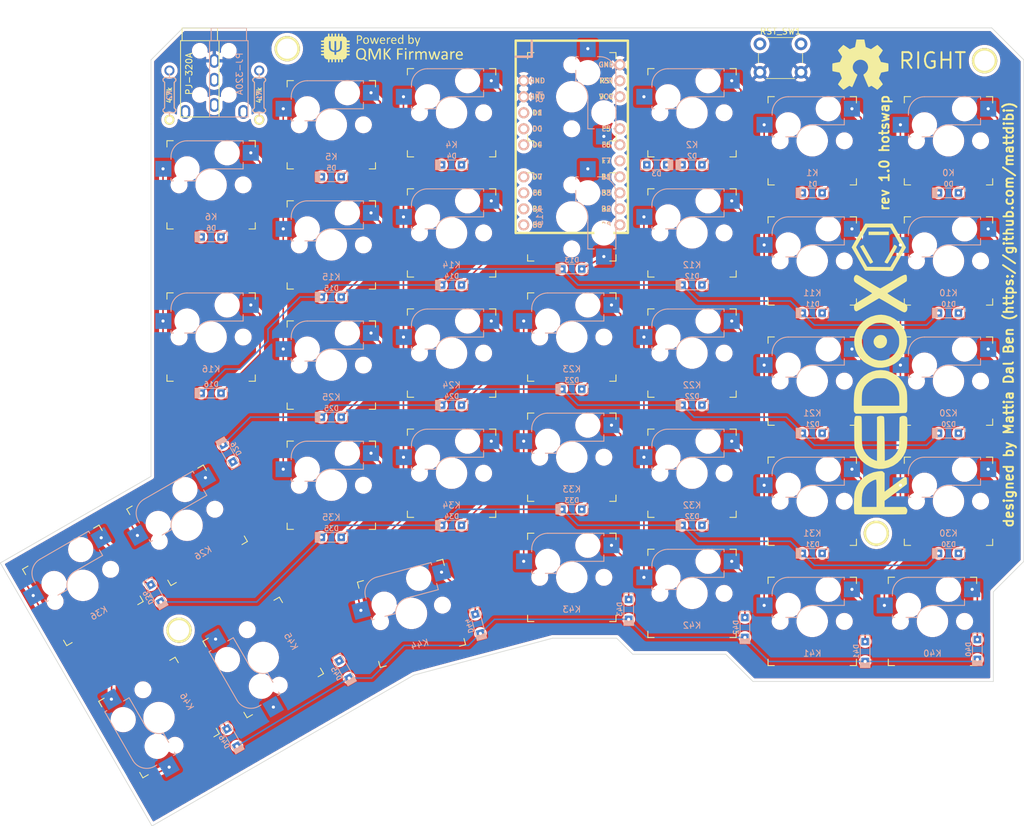
<source format=kicad_pcb>
(kicad_pcb (version 20211014) (generator pcbnew)
  (title_block (title "Redox keyboard (hotswap right) PCB") (date "2018-05-05") (rev "1.0") (comment 1 "designed by Mattia Dal Ben (aka u/TiaMaT102)") (comment 2 "https://github.com/mattdibi/redox-keyboard"))
  (layers (0 "F.Cu" signal) (31 "B.Cu" signal) (34 "B.Paste" user) (35 "F.Paste" user) (36 "B.SilkS" user "B.Silkscreen") (37 "F.SilkS" user "F.Silkscreen") (38 "B.Mask" user) (39 "F.Mask" user) (44 "Edge.Cuts" user))
  (net 0 "")
  (net 1 "Net-(D0-Pad2)")
  (net 2 "row0")
  (net 3 "Net-(D1-Pad2)")
  (net 4 "Net-(D2-Pad2)")
  (net 5 "Net-(D3-Pad2)")
  (net 6 "Net-(D4-Pad2)")
  (net 7 "Net-(D5-Pad2)")
  (net 8 "Net-(D6-Pad2)")
  (net 9 "Net-(D10-Pad2)")
  (net 10 "row1")
  (net 11 "Net-(D11-Pad2)")
  (net 12 "Net-(D12-Pad2)")
  (net 13 "Net-(D13-Pad2)")
  (net 14 "Net-(D14-Pad2)")
  (net 15 "Net-(D15-Pad2)")
  (net 16 "Net-(D16-Pad2)")
  (net 17 "Net-(D20-Pad2)")
  (net 18 "row2")
  (net 19 "Net-(D21-Pad2)")
  (net 20 "Net-(D22-Pad2)")
  (net 21 "Net-(D23-Pad2)")
  (net 22 "Net-(D24-Pad2)")
  (net 23 "Net-(D25-Pad2)")
  (net 24 "Net-(D26-Pad2)")
  (net 25 "Net-(D30-Pad2)")
  (net 26 "row3")
  (net 27 "Net-(D31-Pad2)")
  (net 28 "Net-(D32-Pad2)")
  (net 29 "Net-(D33-Pad2)")
  (net 30 "Net-(D34-Pad2)")
  (net 31 "Net-(D35-Pad2)")
  (net 32 "Net-(D36-Pad2)")
  (net 33 "Net-(D40-Pad2)")
  (net 34 "row4")
  (net 35 "Net-(D41-Pad2)")
  (net 36 "Net-(D42-Pad2)")
  (net 37 "Net-(D43-Pad2)")
  (net 38 "Net-(D44-Pad2)")
  (net 39 "Net-(D45-Pad2)")
  (net 40 "Net-(D46-Pad2)")
  (net 41 "col0")
  (net 42 "col1")
  (net 43 "col2")
  (net 44 "col3")
  (net 45 "col4")
  (net 46 "col5")
  (net 47 "col6")
  (net 48 "VCC")
  (net 49 "SDA")
  (net 50 "SCL")
  (net 51 "GND")
  (net 52 "RST")
  (footprint "redox_footprints:Diode-smd-via" (layer "F.Cu") (at 229.743 74.93 180)
    (fp_text reference "D0")
    (fp_text value "D" hide)
  )
  (footprint "redox_footprints:Diode-smd-via" (layer "F.Cu") (at 208.153 74.93 180)
    (fp_text reference "D1")
    (fp_text value "D" hide)
  )
  (footprint "redox_footprints:Diode-smd-via" (layer "F.Cu") (at 189.103 70.485 180)
    (fp_text reference "D2")
    (fp_text value "D" hide)
  )
  (footprint "redox_footprints:Diode-smd-via" (layer "F.Cu") (at 183.515 70.485)
    (fp_text reference "D3")
    (fp_text value "D" hide)
  )
  (footprint "redox_footprints:Diode-smd-via" (layer "F.Cu") (at 151.003 70.485 180)
    (fp_text reference "D4")
    (fp_text value "D" hide)
  )
  (footprint "redox_footprints:Diode-smd-via" (layer "F.Cu") (at 131.953 72.39 180)
    (fp_text reference "D5")
    (fp_text value "D" hide)
  )
  (footprint "redox_footprints:Diode-smd-via" (layer "F.Cu") (at 112.903 81.915 180)
    (fp_text reference "D6")
    (fp_text value "D" hide)
  )
  (footprint "redox_footprints:Diode-smd-via" (layer "F.Cu") (at 229.743 93.98 180)
    (fp_text reference "D10")
    (fp_text value "D" hide)
  )
  (footprint "redox_footprints:Diode-smd-via" (layer "F.Cu") (at 208.153 93.98 180)
    (fp_text reference "D11")
    (fp_text value "D" hide)
  )
  (footprint "redox_footprints:Diode-smd-via" (layer "F.Cu") (at 189.103 89.535 180)
    (fp_text reference "D12")
    (fp_text value "D" hide)
  )
  (footprint "redox_footprints:Diode-smd-via" (layer "F.Cu") (at 170.053 86.995 180)
    (fp_text reference "D13")
    (fp_text value "D" hide)
  )
  (footprint "redox_footprints:Diode-smd-via" (layer "F.Cu") (at 151.003 89.535 180)
    (fp_text reference "D14")
    (fp_text value "D" hide)
  )
  (footprint "redox_footprints:Diode-smd-via" (layer "F.Cu") (at 131.953 91.44 180)
    (fp_text reference "D15")
    (fp_text value "D" hide)
  )
  (footprint "redox_footprints:Diode-smd-via" (layer "F.Cu") (at 112.903 106.68 180)
    (fp_text reference "D16")
    (fp_text value "D" hide)
  )
  (footprint "redox_footprints:Diode-smd-via" (layer "F.Cu") (at 229.743 113.03 180)
    (fp_text reference "D20")
    (fp_text value "D" hide)
  )
  (footprint "redox_footprints:Diode-smd-via" (layer "F.Cu") (at 208.153 113.03 180)
    (fp_text reference "D21")
    (fp_text value "D" hide)
  )
  (footprint "redox_footprints:Diode-smd-via" (layer "F.Cu") (at 189.103 108.585 180)
    (fp_text reference "D22")
    (fp_text value "D" hide)
  )
  (footprint "redox_footprints:Diode-smd-via" (layer "F.Cu") (at 170.053 106.045 180)
    (fp_text reference "D23")
    (fp_text value "D" hide)
  )
  (footprint "redox_footprints:Diode-smd-via" (layer "F.Cu") (at 151.003 108.585 180)
    (fp_text reference "D24")
    (fp_text value "D" hide)
  )
  (footprint "redox_footprints:Diode-smd-via" (layer "F.Cu") (at 131.953 110.49 180)
    (fp_text reference "D25")
    (fp_text value "D" hide)
  )
  (footprint "redox_footprints:Diode-smd-via" (layer "F.Cu") (at 115.57 116.205 120)
    (fp_text reference "D26")
    (fp_text value "D" hide)
  )
  (footprint "redox_footprints:Diode-smd-via" (layer "F.Cu") (at 229.743 132.08 180)
    (fp_text reference "D30")
    (fp_text value "D" hide)
  )
  (footprint "redox_footprints:Diode-smd-via" (layer "F.Cu") (at 208.153 132.08 180)
    (fp_text reference "D31")
    (fp_text value "D" hide)
  )
  (footprint "redox_footprints:Diode-smd-via" (layer "F.Cu") (at 189.103 127.635 180)
    (fp_text reference "D32")
    (fp_text value "D" hide)
  )
  (footprint "redox_footprints:Diode-smd-via" (layer "F.Cu") (at 170.053 125.095 180)
    (fp_text reference "D33")
    (fp_text value "D" hide)
  )
  (footprint "redox_footprints:Diode-smd-via" (layer "F.Cu") (at 151.003 127.635 180)
    (fp_text reference "D34")
    (fp_text value "D" hide)
  )
  (footprint "redox_footprints:Diode-smd-via" (layer "F.Cu") (at 131.953 129.54 180)
    (fp_text reference "D35")
    (fp_text value "D" hide)
  )
  (footprint "redox_footprints:Diode-smd-via" (layer "F.Cu") (at 104.14 138.43 -60)
    (fp_text reference "D36")
    (fp_text value "D" hide)
  )
  (footprint "redox_footprints:Diode-smd-via" (layer "F.Cu") (at 234.315 147.32 -90)
    (fp_text reference "D40")
    (fp_text value "D" hide)
  )
  (footprint "redox_footprints:Diode-smd-via" (layer "F.Cu") (at 216.535 147.65 -90)
    (fp_text reference "D41")
    (fp_text value "D" hide)
  )
  (footprint "redox_footprints:Diode-smd-via" (layer "F.Cu") (at 197.485 143.84 -90)
    (fp_text reference "D42")
    (fp_text value "D" hide)
  )
  (footprint "redox_footprints:Diode-smd-via" (layer "F.Cu") (at 179.07 140.97 -90)
    (fp_text reference "D43")
    (fp_text value "D" hide)
  )
  (footprint "redox_footprints:Diode-smd-via" (layer "F.Cu") (at 155.16736 143.258667 -75)
    (fp_text reference "D44")
    (fp_text value "D" hide)
  )
  (footprint "redox_footprints:Diode-smd-via" (layer "F.Cu") (at 133.985 150.495 -60)
    (fp_text reference "D45")
    (fp_text value "D" hide)
  )
  (footprint "redox_footprints:Diode-smd-via" (layer "F.Cu") (at 116.205 161.29 -60)
    (fp_text reference "D46")
    (fp_text value "D" hide)
  )
  (footprint "redox_footprints:Kailh_socket_MX" (layer "F.Cu") (at 229.743 66.675)
    (fp_text reference "K0")
    (fp_text value "KEYSW")
  )
  (footprint "redox_footprints:Kailh_socket_MX" (layer "F.Cu") (at 208.153 66.675)
    (fp_text reference "K1")
    (fp_text value "KEYSW")
  )
  (footprint "redox_footprints:Kailh_socket_MX" (layer "F.Cu") (at 189.103 62.23)
    (fp_text reference "K2")
    (fp_text value "KEYSW")
  )
  (footprint "redox_footprints:Kailh_socket_MX" (layer "F.Cu") (at 170.053 59.69 -90)
    (fp_text reference "K3")
    (fp_text value "KEYSW")
  )
  (footprint "redox_footprints:Kailh_socket_MX" (layer "F.Cu") (at 151.003 62.23)
    (fp_text reference "K4")
    (fp_text value "KEYSW")
  )
  (footprint "redox_footprints:Kailh_socket_MX" (layer "F.Cu") (at 131.953 64.135)
    (fp_text reference "K5")
    (fp_text value "KEYSW")
  )
  (footprint "redox_footprints:Kailh_socket_MX" (layer "F.Cu") (at 112.903 73.66)
    (fp_text reference "K6")
    (fp_text value "KEYSW")
  )
  (footprint "redox_footprints:Kailh_socket_MX" (layer "F.Cu") (at 229.743 85.725)
    (fp_text reference "K10")
    (fp_text value "KEYSW")
  )
  (footprint "redox_footprints:Kailh_socket_MX" (layer "F.Cu") (at 208.153 85.725)
    (fp_text reference "K11")
    (fp_text value "KEYSW")
  )
  (footprint "redox_footprints:Kailh_socket_MX" (layer "F.Cu") (at 189.103 81.28)
    (fp_text reference "K12")
    (fp_text value "KEYSW")
  )
  (footprint "redox_footprints:Kailh_socket_MX" (layer "F.Cu") (at 170.053 78.74 -90)
    (fp_text reference "K13")
    (fp_text value "KEYSW")
  )
  (footprint "redox_footprints:Kailh_socket_MX" (layer "F.Cu") (at 151.003 81.28)
    (fp_text reference "K14")
    (fp_text value "KEYSW")
  )
  (footprint "redox_footprints:Kailh_socket_MX" (layer "F.Cu") (at 131.953 83.185)
    (fp_text reference "K15")
    (fp_text value "KEYSW")
  )
  (footprint "redox_footprints:Kailh_socket_MX" (layer "F.Cu") (at 112.903 97.79)
    (fp_text reference "K16")
    (fp_text value "KEYSW")
  )
  (footprint "redox_footprints:Kailh_socket_MX" (layer "F.Cu") (at 229.743 104.775)
    (fp_text reference "K20")
    (fp_text value "KEYSW")
  )
  (footprint "redox_footprints:Kailh_socket_MX" (layer "F.Cu") (at 208.153 104.775)
    (fp_text reference "K21")
    (fp_text value "KEYSW")
  )
  (footprint "redox_footprints:Kailh_socket_MX" (layer "F.Cu") (at 189.103 100.33)
    (fp_text reference "K22")
    (fp_text value "KEYSW")
  )
  (footprint "redox_footprints:Kailh_socket_MX" (layer "F.Cu") (at 170.053 97.79)
    (fp_text reference "K23")
    (fp_text value "KEYSW")
  )
  (footprint "redox_footprints:Kailh_socket_MX" (layer "F.Cu") (at 151.003 100.33)
    (fp_text reference "K24")
    (fp_text value "KEYSW")
  )
  (footprint "redox_footprints:Kailh_socket_MX" (layer "F.Cu") (at 131.953 102.235)
    (fp_text reference "K25")
    (fp_text value "KEYSW")
  )
  (footprint "redox_footprints:Kailh_socket_MX" (layer "F.Cu") (at 109.093 127.635 30)
    (fp_text reference "K26")
    (fp_text value "KEYSW")
  )
  (footprint "redox_footprints:Kailh_socket_MX" (layer "F.Cu") (at 229.743 123.825)
    (fp_text reference "K30")
    (fp_text value "KEYSW")
  )
  (footprint "redox_footprints:Kailh_socket_MX" (layer "F.Cu") (at 208.153 123.825)
    (fp_text reference "K31")
    (fp_text value "KEYSW")
  )
  (footprint "redox_footprints:Kailh_socket_MX" (layer "F.Cu") (at 189.103 119.38)
    (fp_text reference "K32")
    (fp_text value "KEYSW")
  )
  (footprint "redox_footprints:Kailh_socket_MX" (layer "F.Cu") (at 170.053 116.84)
    (fp_text reference "K33")
    (fp_text value "KEYSW")
  )
  (footprint "redox_footprints:Kailh_socket_MX" (layer "F.Cu") (at 151.003 119.38)
    (fp_text reference "K34")
    (fp_text value "KEYSW")
  )
  (footprint "redox_footprints:Kailh_socket_MX" (layer "F.Cu") (at 131.953 121.285)
    (fp_text reference "K35")
    (fp_text value "KEYSW")
  )
  (footprint "redox_footprints:Kailh_socket_MX" (layer "F.Cu") (at 92.583 137.16 30)
    (fp_text reference "K36")
    (fp_text value "KEYSW")
  )
  (footprint "redox_footprints:Kailh_socket_MX" (layer "F.Cu") (at 227.203 142.875)
    (fp_text reference "K40")
    (fp_text value "KEYSW")
  )
  (footprint "redox_footprints:Kailh_socket_MX" (layer "F.Cu") (at 208.153 142.875)
    (fp_text reference "K41")
    (fp_text value "KEYSW")
  )
  (footprint "redox_footprints:Kailh_socket_MX" (layer "F.Cu") (at 189.103 138.43)
    (fp_text reference "K42")
    (fp_text value "KEYSW")
  )
  (footprint "redox_footprints:Kailh_socket_MX" (layer "F.Cu") (at 170.053 135.89)
    (fp_text reference "K43")
    (fp_text value "KEYSW")
  )
  (footprint "redox_footprints:Kailh_socket_MX" (layer "F.Cu") (at 144.653 141.605 15)
    (fp_text reference "K44")
    (fp_text value "KEYSW")
  )
  (footprint "redox_footprints:Kailh_socket_MX" (layer "F.Cu") (at 121.158 148.59 120)
    (fp_text reference "K45")
    (fp_text value "KEYSW")
  )
  (footprint "redox_footprints:Kailh_socket_MX" (layer "F.Cu") (at 104.648 158.115 120)
    (fp_text reference "K46")
    (fp_text value "KEYSW")
  )
  (footprint "redox_footprints:Resistor-Compact" (layer "F.Cu") (at 120.523 59.436 90)
    (fp_text reference "R1")
    (fp_text value "4.7k")
  )
  (footprint "redox_footprints:Resistor-Compact" (layer "F.Cu") (at 106.299 59.436 90)
    (fp_text reference "R2")
    (fp_text value "4.7k")
  )
  (footprint "redox_footprints:SW_PUSH_6mm_h4.3mm" (layer "F.Cu") (at 199.875 51.308)
    (fp_text reference "RST_SW1")
    (fp_text value "SW_PUSH")
  )
  (footprint "redox_footprints:TRRS-PJ-320A-dual" (layer "F.Cu") (at 113.411 50.8)
    (fp_text reference "TRRS1")
    (fp_text value "Audio-Jack-4")
  )
  (footprint "redox_footprints:ArduinoProMicro" (layer "F.Cu") (at 170.053 66.04 -90)
    (fp_text reference "U1" hide)
    (fp_text value "ProMicro" hide)
  )
  (footprint "keyboard_parts:HOLE_M3" (layer "F.Cu") (at 107.823 144.272)
    (fp_text reference "HOLE_M3" hide)
    (fp_text value "VAL**" hide)
  )
  (footprint "keyboard_parts:HOLE_M3" (layer "F.Cu") (at 235.458 53.975)
    (fp_text reference "HOLE_M3" hide)
    (fp_text value "VAL**" hide)
  )
  (footprint "keyboard_parts:HOLE_M3" (layer "F.Cu") (at 218.313 128.905)
    (fp_text reference "HOLE_M3" hide)
    (fp_text value "VAL**" hide)
  )
  (footprint "keyboard_parts:HOLE_M3" (layer "F.Cu") (at 124.968 52.07)
    (fp_text reference "HOLE_M3" hide)
    (fp_text value "VAL**" hide)
  )
  (footprint "Symbols:OSHW-Symbol_8.9x8mm_SilkScreen" (layer "F.Cu") (at 215.773 54.61)
    (fp_text reference "REF***" hide)
    (fp_text value "OSHW-Logo2_14.6x12mm_SilkScreen" hide)
  )
  (footprint "myparts:redox-logo" (layer "F.Cu") (at 218.948 102.87 90)
    (fp_text reference "G***" hide)
    (fp_text value "LOGO" hide)
  )
  (footprint "myparts:qmk-badge" (layer "F.Cu") (at 141.605 51.943)
    (fp_text reference "G***" hide)
    (fp_text value "LOGO" hide)
  )
  (gr_line (start 177.165 145.542) (end 167.005 145.542) (layer "Edge.Cuts") (width 0.1))
  (gr_line (start 236.601 48.768) (end 241.681 53.848) (layer "Edge.Cuts") (width 0.1))
  (gr_line (start 108.458 48.768) (end 103.378 53.848) (layer "Edge.Cuts") (width 0.1))
  (gr_line (start 103.505 175.26) (end 103.632 175.26) (layer "Edge.Cuts") (width 0.1))
  (gr_line (start 198.755 152.4) (end 236.855 152.4) (layer "Edge.Cuts") (width 0.1))
  (gr_line (start 145.034 151.384) (end 103.632 175.26) (layer "Edge.Cuts") (width 0.1))
  (gr_line (start 241.681 57.15) (end 241.681 53.848) (layer "Edge.Cuts") (width 0.1))
  (gr_line (start 241.681 133.35) (end 241.681 57.15) (layer "Edge.Cuts") (width 0.1))
  (gr_line (start 103.378 119.888) (end 103.378 64.008) (layer "Edge.Cuts") (width 0.1))
  (gr_line (start 79.502 133.604) (end 103.505 175.26) (layer "Edge.Cuts") (width 0.1))
  (gr_line (start 236.855 152.4) (end 236.855 138.176) (layer "Edge.Cuts") (width 0.1))
  (gr_line (start 79.502 133.604) (end 103.378 119.888) (layer "Edge.Cuts") (width 0.1))
  (gr_line (start 167.005 145.542) (end 145.034 151.384) (layer "Edge.Cuts") (width 0.1))
  (gr_line (start 236.855 138.176) (end 241.681 133.35) (layer "Edge.Cuts") (width 0.1))
  (gr_line (start 194.437 148.082) (end 198.755 152.4) (layer "Edge.Cuts") (width 0.1))
  (gr_line (start 177.165 145.542) (end 179.705 148.082) (layer "Edge.Cuts") (width 0.1))
  (gr_line (start 103.378 64.008) (end 103.378 53.848) (layer "Edge.Cuts") (width 0.1))
  (gr_line (start 179.705 148.082) (end 194.437 148.082) (layer "Edge.Cuts") (width 0.1))
  (gr_line (start 236.601 48.768) (end 108.458 48.768) (layer "Edge.Cuts") (width 0.1))
  (gr_text "designed by Mattia Dal Ben (https://github.com/mattdibi)" (at 239.268 94.234 90) (layer "F.SilkS") (effects (font (size 1.5 1.5) (thickness 0.3))))
  (gr_text "RIGHT" (at 227.203 53.975) (layer "F.SilkS") (effects (font (size 2.5 2.5) (thickness 0.3))))
  (gr_text "rev 1.0 hotswap" (at 219.583 68.58 90) (layer "F.SilkS") (effects (font (size 1.5 1.5) (thickness 0.3))))
  (segment (start 237.49 68.758) (end 231.318 74.93) (width 0.25) (layer "F.Cu") (net 1))
  (segment (start 236.033 61.595) (end 237.49 63.052) (width 0.25) (layer "F.Cu") (net 1))
  (segment (start 237.49 63.052) (end 237.49 68.758) (width 0.25) (layer "F.Cu") (net 1))
  (segment (start 214.443 61.595) (end 215.9 63.052) (width 0.25) (layer "F.Cu") (net 3))
  (segment (start 215.9 63.052) (end 215.9 68.758) (width 0.25) (layer "F.Cu") (net 3))
  (segment (start 215.9 68.758) (end 209.728 74.93) (width 0.25) (layer "F.Cu") (net 3))
  (segment (start 196.85 64.313) (end 190.678 70.485) (width 0.25) (layer "F.Cu") (net 4))
  (segment (start 195.393 57.15) (end 196.85 58.607) (width 0.25) (layer "F.Cu") (net 4))
  (segment (start 196.85 58.607) (end 196.85 64.313) (width 0.25) (layer "F.Cu") (net 4))
  (segment (start 158.75 64.313) (end 152.578 70.485) (width 0.25) (layer "F.Cu") (net 6))
  (segment (start 158.75 58.607) (end 158.75 64.313) (width 0.25) (layer "F.Cu") (net 6))
  (segment (start 157.293 57.15) (end 158.75 58.607) (width 0.25) (layer "F.Cu") (net 6))
  (segment (start 139.7 60.512) (end 139.7 66.218) (width 0.25) (layer "F.Cu") (net 7))
  (segment (start 139.7 66.218) (end 133.528 72.39) (width 0.25) (layer "F.Cu") (net 7))
  (segment (start 138.243 59.055) (end 139.7 60.512) (width 0.25) (layer "F.Cu") (net 7))
  (segment (start 120.65 75.743) (end 114.478 81.915) (width 0.25) (layer "F.Cu") (net 8))
  (segment (start 119.193 68.58) (end 120.65 70.037) (width 0.25) (layer "F.Cu") (net 8))
  (segment (start 120.65 70.037) (end 120.65 75.743) (width 0.25) (layer "F.Cu") (net 8))
  (segment (start 237.49 87.808) (end 231.318 93.98) (width 0.25) (layer "F.Cu") (net 9))
  (segment (start 236.033 80.645) (end 237.49 82.102) (width 0.25) (layer "F.Cu") (net 9))
  (segment (start 237.49 82.102) (end 237.49 87.808) (width 0.25) (layer "F.Cu") (net 9))
  (segment (start 151.968 86.995) (end 168.478 86.995) (width 0.25) (layer "B.Cu") (net 10))
  (segment (start 168.478 86.995) (end 171.018 89.535) (width 0.25) (layer "B.Cu") (net 10))
  (segment (start 204.673 92.075) (end 206.578 93.98) (width 0.25) (layer "B.Cu") (net 10))
  (segment (start 111.328 106.68) (end 115.138 102.87) (width 0.25) (layer "B.Cu") (net 10))
  (segment (start 226.263 95.885) (end 228.168 93.98) (width 0.25) (layer "B.Cu") (net 10))
  (segment (start 132.283 89.535) (end 149.428 89.535) (width 0.25) (layer "B.Cu") (net 10))
  (segment (start 115.138 102.87) (end 117.475 102.87) (width 0.25) (layer "B.Cu") (net 10))
  (segment (start 121.92 98.425) (end 121.92 96.52) (width 0.25) (layer "B.Cu") (net 10))
  (segment (start 149.428 89.535) (end 151.968 86.995) (width 0.25) (layer "B.Cu") (net 10))
  (segment (start 130.378 91.44) (end 132.283 89.535) (width 0.25) (layer "B.Cu") (net 10))
  (segment (start 127 91.44) (end 130.378 91.44) (width 0.25) (layer "B.Cu") (net 10))
  (segment (start 187.528 89.535) (end 190.068 92.075) (width 0.25) (layer "B.Cu") (net 10))
  (segment (start 190.068 92.075) (end 204.673 92.075) (width 0.25) (layer "B.Cu") (net 10))
  (segment (start 208.483 95.885) (end 226.263 95.885) (width 0.25) (layer "B.Cu") (net 10))
  (segment (start 121.92 96.52) (end 127 91.44) (width 0.25) (layer "B.Cu") (net 10))
  (segment (start 171.018 89.535) (end 187.528 89.535) (width 0.25) (layer "B.Cu") (net 10))
  (segment (start 117.475 102.87) (end 121.92 98.425) (width 0.25) (layer "B.Cu") (net 10))
  (segment (start 206.578 93.98) (end 208.483 95.885) (width 0.25) (layer "B.Cu") (net 10))
  (segment (start 214.443 80.645) (end 215.9 82.102) (width 0.25) (layer "F.Cu") (net 11))
  (segment (start 215.9 87.808) (end 209.728 93.98) (width 0.25) (layer "F.Cu") (net 11))
  (segment (start 215.9 82.102) (end 215.9 87.808) (width 0.25) (layer "F.Cu") (net 11))
  (segment (start 196.85 77.657) (end 196.85 83.363) (width 0.25) (layer "F.Cu") (net 12))
  (segment (start 195.393 76.2) (end 196.85 77.657) (width 0.25) (layer "F.Cu") (net 12))
  (segment (start 196.85 83.363) (end 190.678 89.535) (width 0.25) (layer "F.Cu") (net 12))
  (segment (start 175.133 85.03) (end 171.628 86.995) (width 0.25) (layer "F.Cu") (net 13))
  (segment (start 158.75 77.657) (end 158.75 83.363) (width 0.25) (layer "F.Cu") (net 14))
  (segment (start 157.293 76.2) (end 158.75 77.657) (width 0.25) (layer "F.Cu") (net 14))
  (segment (start 158.75 83.363) (end 152.578 89.535) (width 0.25) (layer "F.Cu") (net 14))
  (segment (start 138.243 78.105) (end 139.7 79.562) (width 0.25) (layer "F.Cu") (net 15))
  (segment (start 139.7 85.268) (end 133.528 91.44) (width 0.25) (layer "F.Cu") (net 15))
  (segment (start 139.7 79.562) (end 139.7 85.268) (width 0.25) (layer "F.Cu") (net 15))
  (segment (start 120.65 94.167) (end 120.65 100.508) (width 0.25) (layer "F.Cu") (net 16))
  (segment (start 120.65 100.508) (end 114.478 106.68) (width 0.25) (layer "F.Cu") (net 16))
  (segment (start 119.193 92.71) (end 120.65 94.167) (width 0.25) (layer "F.Cu") (net 16))
  (segment (start 236.033 99.695) (end 237.49 101.152) (width 0.25) (layer "F.Cu") (net 17))
  (segment (start 237.49 106.858) (end 231.318 113.03) (width 0.25) (layer "F.Cu") (net 17))
  (segment (start 237.49 101.152) (end 237.49 106.858) (width 0.25) (layer "F.Cu") (net 17))
  (segment (start 132.283 108.585) (end 149.428 108.585) (width 0.25) (layer "B.Cu") (net 18))
  (segment (start 204.038 110.49) (end 206.578 113.03) (width 0.25) (layer "B.Cu") (net 18))
  (segment (start 130.378 110.49) (end 132.283 108.585) (width 0.25) (layer "B.Cu") (net 18))
  (segment (start 189.433 110.49) (end 204.038 110.49) (width 0.25) (layer "B.Cu") (net 18))
  (segment (start 187.528 108.585) (end 189.433 110.49) (width 0.25) (layer "B.Cu") (net 18))
  (segment (start 171.018 108.585) (end 187.528 108.585) (width 0.25) (layer "B.Cu") (net 18))
  (segment (start 226.263 114.935) (end 228.168 113.03) (width 0.25) (layer "B.Cu") (net 18))
  (segment (start 168.478 106.045) (end 171.018 108.585) (width 0.25) (layer "B.Cu") (net 18))
  (segment (start 208.483 114.935) (end 226.263 114.935) (width 0.25) (layer "B.Cu") (net 18))
  (segment (start 149.428 108.585) (end 151.968 106.045) (width 0.25) (layer "B.Cu") (net 18))
  (segment (start 206.578 113.03) (end 208.483 114.935) (width 0.25) (layer "B.Cu") (net 18))
  (segment (start 119.13351 110.49) (end 130.378 110.49) (width 0.25) (layer "B.Cu") (net 18))
  (segment (start 114.7825 114.84101) (end 119.13351 110.49) (width 0.25) (layer "B.Cu") (net 18))
  (segment (start 151.968 106.045) (end 168.478 106.045) (width 0.25) (layer "B.Cu") (net 18))
  (segment (start 214.443 99.695) (end 215.9 101.152) (width 0.25) (layer "F.Cu") (net 19))
  (segment (start 215.9 106.858) (end 209.728 113.03) (width 0.25) (layer "F.Cu") (net 19))
  (segment (start 215.9 101.152) (end 215.9 106.858) (width 0.25) (layer "F.Cu") (net 19))
  (segment (start 196.85 102.413) (end 190.678 108.585) (width 0.25) (layer "F.Cu") (net 20))
  (segment (start 195.393 95.25) (end 196.85 96.707) (width 0.25) (layer "F.Cu") (net 20))
  (segment (start 196.85 96.707) (end 196.85 102.413) (width 0.25) (layer "F.Cu") (net 20))
  (segment (start 177.8 99.873) (end 171.628 106.045) (width 0.25) (layer "F.Cu") (net 21))
  (segment (start 176.343 92.71) (end 177.8 94.167) (width 0.25) (layer "F.Cu") (net 21))
  (segment (start 177.8 94.167) (end 177.8 99.873) (width 0.25) (layer "F.Cu") (net 21))
  (segment (start 158.75 102.413) (end 152.578 108.585) (width 0.25) (layer "F.Cu") (net 22))
  (segment (start 157.293 95.25) (end 158.75 96.707) (width 0.25) (layer "F.Cu") (net 22))
  (segment (start 158.75 96.707) (end 158.75 102.413) (width 0.25) (layer "F.Cu") (net 22))
  (segment (start 139.7 98.612) (end 139.7 104.318) (width 0.25) (layer "F.Cu") (net 23))
  (segment (start 139.7 104.318) (end 133.528 110.49) (width 0.25) (layer "F.Cu") (net 23))
  (segment (start 138.243 97.155) (end 139.7 98.612) (width 0.25) (layer "F.Cu") (net 23))
  (segment (start 237.49 125.908) (end 231.318 132.08) (width 0.25) (layer "F.Cu") (net 25))
  (segment (start 236.033 118.745) (end 237.49 120.202) (width 0.25) (layer "F.Cu") (net 25))
  (segment (start 237.49 120.202) (end 237.49 125.908) (width 0.25) (layer "F.Cu") (net 25))
  (segment (start 206.578 132.08) (end 208.483 133.985) (width 0.25) (layer "B.Cu") (net 26))
  (segment (start 187.528 127.635) (end 190.068 130.175) (width 0.25) (layer "B.Cu") (net 26))
  (segment (start 171.018 127.635) (end 187.528 127.635) (width 0.25) (layer "B.Cu") (net 26))
  (segment (start 130.378 129.54) (end 132.283 127.635) (width 0.25) (layer "B.Cu") (net 26))
  (segment (start 190.068 130.175) (end 204.673 130.175) (width 0.25) (layer "B.Cu") (net 26))
  (segment (start 149.428 127.635) (end 151.968 125.095) (width 0.25) (layer "B.Cu") (net 26))
  (segment (start 104.9275 139.79399) (end 120.12401 139.79399) (width 0.25) (layer "B.Cu") (net 26))
  (segment (start 151.968 125.095) (end 168.478 125.095) (width 0.25) (layer "B.Cu") (net 26))
  (segment (start 204.673 130.175) (end 206.578 132.08) (width 0.25) (layer "B.Cu") (net 26))
  (segment (start 208.483 133.985) (end 226.263 133.985) (width 0.25) (layer "B.Cu") (net 26))
  (segment (start 132.283 127.635) (end 149.428 127.635) (width 0.25) (layer "B.Cu") (net 26))
  (segment (start 120.12401 139.79399) (end 130.378 129.54) (width 0.25) (layer "B.Cu") (net 26))
  (segment (start 168.478 125.095) (end 171.018 127.635) (width 0.25) (layer "B.Cu") (net 26))
  (segment (start 226.263 133.985) (end 228.168 132.08) (width 0.25) (layer "B.Cu") (net 26))
  (segment (start 214.443 118.745) (end 215.9 120.202) (width 0.25) (layer "F.Cu") (net 27))
  (segment (start 215.9 120.202) (end 215.9 125.908) (width 0.25) (layer "F.Cu") (net 27))
  (segment (start 215.9 125.908) (end 209.728 132.08) (width 0.25) (layer "F.Cu") (net 27))
  (segment (start 196.85 121.463) (end 190.678 127.635) (width 0.25) (layer "F.Cu") (net 28))
  (segment (start 195.393 114.3) (end 196.85 115.757) (width 0.25) (layer "F.Cu") (net 28))
  (segment (start 196.85 115.757) (end 196.85 121.463) (width 0.25) (layer "F.Cu") (net 28))
  (segment (start 176.343 111.76) (end 177.8 113.217) (width 0.25) (layer "F.Cu") (net 29))
  (segment (start 177.8 118.923) (end 171.628 125.095) (width 0.25) (layer "F.Cu") (net 29))
  (segment (start 177.8 113.217) (end 177.8 118.923) (width 0.25) (layer "F.Cu") (net 29))
  (segment (start 157.293 114.3) (end 158.75 115.757) (width 0.25) (layer "F.Cu") (net 30))
  (segment (start 158.75 121.463) (end 152.578 127.635) (width 0.25) (layer "F.Cu") (net 30))
  (segment (start 158.75 115.757) (end 158.75 121.463) (width 0.25) (layer "F.Cu") (net 30))
  (segment (start 139.7 117.662) (end 139.7 123.368) (width 0.25) (layer "F.Cu") (net 31))
  (segment (start 139.7 123.368) (end 133.528 129.54) (width 0.25) (layer "F.Cu") (net 31))
  (segment (start 138.243 116.205) (end 139.7 117.662) (width 0.25) (layer "F.Cu") (net 31))
  (segment (start 102.940719 137.06601) (end 103.3525 137.06601) (width 0.25) (layer "F.Cu") (net 32))
  (segment (start 95.4903 129.615591) (end 102.940719 137.06601) (width 0.25) (layer "F.Cu") (net 32))
  (segment (start 234.315 138.617) (end 234.315 145.745) (width 0.25) (layer "F.Cu") (net 33))
  (segment (start 233.493 137.795) (end 234.315 138.617) (width 0.25) (layer "F.Cu") (net 33))
  (segment (start 116.9925 162.65399) (end 134.7725 151.85899) (width 0.25) (layer "B.Cu") (net 34))
  (segment (start 197.485 145.415) (end 201.295 149.225) (width 0.25) (layer "B.Cu") (net 34))
  (segment (start 153.67 146.685) (end 155.575 144.78) (width 0.25) (layer "B.Cu") (net 34))
  (segment (start 201.295 149.225) (end 216.535 149.225) (width 0.25) (layer "B.Cu") (net 34))
  (segment (start 138.33601 151.85899) (end 143.51 146.685) (width 0.25) (layer "B.Cu") (net 34))
  (segment (start 157.81 142.545) (end 179.07 142.545) (width 0.25) (layer "B.Cu") (net 34))
  (segment (start 179.07 142.545) (end 181.94 145.415) (width 0.25) (layer "B.Cu") (net 34))
  (segment (start 233.985 149.225) (end 234.315 148.895) (width 0.25) (layer "B.Cu") (net 34))
  (segment (start 181.94 145.415) (end 197.485 145.415) (width 0.25) (layer "B.Cu") (net 34))
  (segment (start 216.535 149.225) (end 233.985 149.225) (width 0.25) (layer "B.Cu") (net 34))
  (segment (start 134.7725 151.85899) (end 138.33601 151.85899) (width 0.25) (layer "B.Cu") (net 34))
  (segment (start 143.51 146.685) (end 153.67 146.685) (width 0.25) (layer "B.Cu") (net 34))
  (segment (start 155.575 144.78) (end 157.81 142.545) (width 0.25) (layer "B.Cu") (net 34))
  (segment (start 216.535 139.887) (end 216.535 146.075) (width 0.25) (layer "F.Cu") (net 35))
  (segment (start 214.443 137.795) (end 216.535 139.887) (width 0.25) (layer "F.Cu") (net 35))
  (segment (start 197.485 135.442) (end 197.485 142.265) (width 0.25) (layer "F.Cu") (net 36))
  (segment (start 195.393 133.35) (end 197.485 135.442) (width 0.25) (layer "F.Cu") (net 36))
  (segment (start 179.07 133.537) (end 179.07 139.395) (width 0.25) (layer "F.Cu") (net 37))
  (segment (start 176.343 130.81) (end 179.07 133.537) (width 0.25) (layer "F.Cu") (net 37))
  (segment (start 149.413873 135.070125) (end 154.75972 140.415972) (width 0.25) (layer "F.Cu") (net 38))
  (segment (start 154.75972 140.415972) (end 154.75972 141.737334) (width 0.25) (layer "F.Cu") (net 38))
  (segment (start 97.155 152.4) (end 106.045 147.955) (width 0.25) (layer "F.Cu") (net 40))
  (segment (start 97.103591 155.2077) (end 97.155 152.4) (width 0.25) (layer "F.Cu") (net 40))
  (segment (start 106.045 147.955) (end 108.585 148.59) (width 0.25) (layer "F.Cu") (net 40))
  (segment (start 108.585 148.59) (end 115.4175 159.92601) (width 0.25) (layer "F.Cu") (net 40))
  (segment (start 219.583 135.382) (end 219.583 140.335) (width 0.25) (layer "F.Cu") (net 41))
  (segment (start 222.123 64.135) (end 222.123 121.285) (width 0.25) (layer "F.Cu") (net 41))
  (segment (start 222.123 132.842) (end 219.583 135.382) (width 0.25) (layer "F.Cu") (net 41))
  (segment (start 222.123 121.285) (end 222.123 132.842) (width 0.25) (layer "F.Cu") (net 41))
  (segment (start 200.533 140.335) (end 200.533 64.135) (width 0.25) (layer "F.Cu") (net 42))
  (segment (start 181.483 78.74) (end 181.483 135.89) (width 0.25) (layer "F.Cu") (net 43))
  (segment (start 162.433 95.25) (end 162.433 133.35) (width 0.25) (layer "F.Cu") (net 44))
  (segment (start 143.383 116.84) (end 143.383 126.492) (width 0.25) (layer "F.Cu") (net 45))
  (segment (start 143.383 126.492) (end 135.255 134.62) (width 0.25) (layer "F.Cu") (net 45))
  (segment (start 143.383 59.69) (end 143.383 78.74) (width 0.25) (layer "F.Cu") (net 45))
  (segment (start 143.383 78.74) (end 143.383 97.79) (width 0.25) (layer "F.Cu") (net 45))
  (segment (start 135.255 134.62) (end 136.635245 141.12375) (width 0.25) (layer "F.Cu") (net 45))
  (segment (start 143.383 97.79) (end 143.383 116.84) (width 0.25) (layer "F.Cu") (net 45))
  (segment (start 124.333 61.595) (end 124.333 80.645) (width 0.25) (layer "F.Cu") (net 46))
  (segment (start 124.333 99.695) (end 124.333 118.745) (width 0.25) (layer "F.Cu") (net 46))
  (segment (start 124.333 80.645) (end 124.333 99.695) (width 0.25) (layer "F.Cu") (net 46))
  (segment (start 105.283 120.523) (end 100.038647 123.533647) (width 0.25) (layer "F.Cu") (net 47))
  (segment (start 99.128026 125.661974) (end 101.223886 129.245295) (width 0.25) (layer "F.Cu") (net 47))
  (segment (start 100.33 167.005) (end 104.14 167.005) (width 0.25) (layer "F.Cu") (net 47))
  (segment (start 105.283 71.12) (end 105.283 95.25) (width 0.25) (layer "F.Cu") (net 47))
  (segment (start 83.185 133.35) (end 82.55 135.255) (width 0.25) (layer "F.Cu") (net 47))
  (segment (start 82.55 135.255) (end 84.713886 138.770295) (width 0.25) (layer "F.Cu") (net 47))
  (segment (start 84.713886 138.770295) (end 100.33 167.005) (width 0.25) (layer "F.Cu") (net 47))
  (segment (start 100.038647 123.533647) (end 99.128026 125.661974) (width 0.25) (layer "F.Cu") (net 47))
  (segment (start 104.14 167.005) (end 106.258295 165.984114) (width 0.25) (layer "F.Cu") (net 47))
  (segment (start 105.283 95.25) (end 105.283 120.523) (width 0.25) (layer "F.Cu") (net 47))
  (segment (start 99.128026 125.661974) (end 96.52 125.73) (width 0.25) (layer "F.Cu") (net 47))
  (segment (start 96.52 125.73) (end 83.185 133.35) (width 0.25) (layer "F.Cu") (net 47))
  (zone (net 51) (net_name "GND") (layer "F.Cu") (connect_pads (clearance 0.508)) (min_thickness 0.254) (fill yes (thermal_gap 0.508) (thermal_bridge_width 0.508))
    (polygon (pts (xy 103.378 53.848) (xy 103.378 119.888) (xy 79.502 133.604) (xy 103.505 175.26) (xy 103.632 175.26) (xy 145.034 151.384) (xy 167.005 145.542) (xy 177.165 145.542) (xy 179.705 148.082) (xy 194.437 148.082) (xy 198.755 152.4) (xy 236.855 152.4) (xy 236.855 138.176) (xy 241.681 133.35) (xy 241.681 53.848) (xy 236.601 48.768) (xy 108.458 48.768)))
  )
  (zone (net 51) (net_name "GND") (layer "B.Cu") (connect_pads (clearance 0.508)) (min_thickness 0.254) (fill yes (thermal_gap 0.508) (thermal_bridge_width 0.508))
    (polygon (pts (xy 103.378 53.848) (xy 103.378 119.888) (xy 79.502 133.604) (xy 103.505 175.26) (xy 103.632 175.26) (xy 145.034 151.384) (xy 167.005 145.542) (xy 177.165 145.542) (xy 179.705 148.082) (xy 194.437 148.082) (xy 198.755 152.4) (xy 236.855 152.4) (xy 236.855 138.176) (xy 241.681 133.35) (xy 241.681 53.848) (xy 236.601 48.768) (xy 108.458 48.768)))
  )
)
</source>
